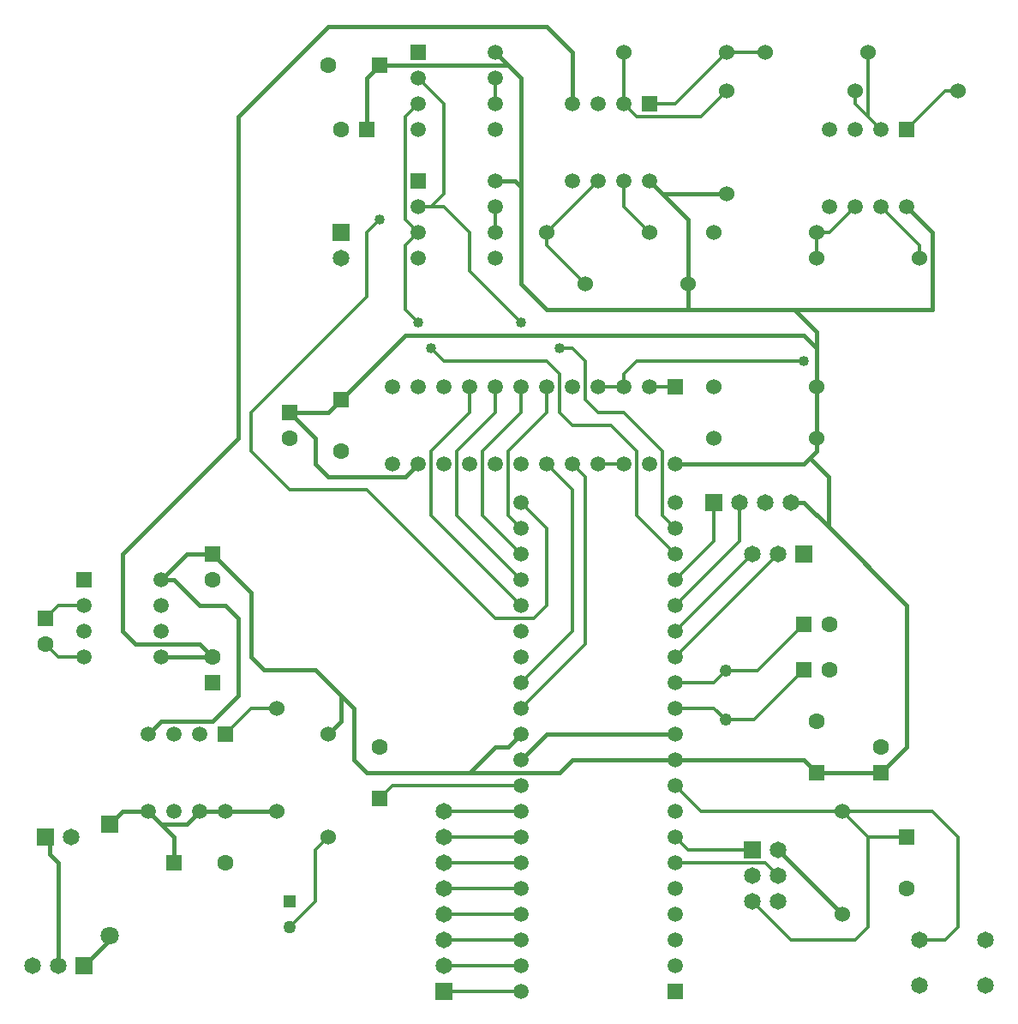
<source format=gtl>
G04 DipTrace Beta 2.3.5.2*
%INscope.GTL*%
%MOIN*%
%ADD13C,0.016*%
%ADD14C,0.013*%
%ADD15C,0.063*%
%ADD16R,0.063X0.063*%
%ADD17R,0.0709X0.0709*%
%ADD18C,0.0709*%
%ADD19R,0.065X0.065*%
%ADD20C,0.065*%
%ADD21C,0.05*%
%ADD22R,0.05X0.05*%
%ADD23C,0.06*%
%ADD24C,0.06*%
%ADD25R,0.0591X0.0591*%
%ADD26C,0.0591*%
%ADD27C,0.048*%
%ADD28C,0.04*%
%FSLAX44Y44*%
G04*
G70*
G90*
G75*
G01*
%LNTop*%
%LPD*%
X30440Y32440D2*
D13*
Y34940D1*
X29440Y35940D1*
X28940Y36440D1*
X30440Y32440D2*
Y31440D1*
X24940D1*
X23940Y32440D1*
Y36207D1*
Y40437D1*
X23437Y40940D1*
X22937Y41440D1*
X22940D1*
Y36440D2*
X23707D1*
X23940Y36207D1*
X38940Y35440D2*
X39940Y34440D1*
Y31440D1*
X34574D1*
X30440D1*
X36440Y7940D2*
X33940Y10440D1*
X35440Y28440D2*
Y26440D1*
X29940Y25440D2*
X34940D1*
X35164Y25664D1*
X35440Y25940D1*
Y26440D1*
X19940Y25440D2*
X19440Y24940D1*
X16440D1*
X15940Y25440D1*
Y26440D1*
X14940Y27440D1*
X35440Y28440D2*
Y29940D1*
X34940Y30440D1*
X19440D1*
X16940Y27940D1*
X16440Y27440D1*
X14940D1*
X34574Y31440D2*
X35440Y30574D1*
Y29940D1*
X35164Y25664D2*
X35892Y24937D1*
Y22988D1*
X34940Y23940D1*
X34440D1*
X29940Y13940D2*
X25940D1*
X25440Y13440D1*
X21940D1*
X22940Y14440D1*
X23440D1*
X23940Y14940D1*
X11940Y21940D2*
X13440Y20440D1*
Y17940D1*
X13940Y17440D1*
X15940D1*
X16936Y16444D1*
X17440Y15940D1*
Y13940D1*
X17940Y13440D1*
X21940D1*
X9940Y20940D2*
X10940Y21940D1*
X11940D1*
X9940Y20940D2*
X10440D1*
X11440Y19940D1*
X12440D1*
X12940Y19440D1*
Y16440D1*
X11940Y15440D1*
X9940D1*
X9440Y14940D1*
X35892Y22988D2*
X38940Y19940D1*
Y14440D1*
X37940Y13440D1*
X35440D2*
X37940D1*
X35440D2*
X34940Y13940D1*
X29940D1*
X31940Y35940D2*
X29440D1*
X18440Y40940D2*
X23437D1*
X18440D2*
X17940Y40440D1*
Y38440D1*
X16440Y14940D2*
X16936Y15436D1*
Y16444D1*
X9940Y17940D2*
X11940D1*
X11440Y18440D1*
X8940D1*
X8440Y18940D1*
Y21940D1*
X12940Y26440D1*
Y38940D1*
X16440Y42440D1*
X24940D1*
X25940Y41440D1*
Y39440D1*
X27940Y25440D2*
D14*
X26940D1*
X24940Y28440D2*
Y27440D1*
X23440Y25940D1*
Y23440D1*
X23940Y22940D1*
Y28440D2*
Y27440D1*
X22440Y25940D1*
Y23440D1*
X23940Y21940D1*
X22940Y28440D2*
Y27440D1*
X21440Y25940D1*
Y23440D1*
X23940Y20940D1*
X21940Y28440D2*
Y27440D1*
X20440Y25940D1*
Y23440D1*
X23940Y19940D1*
X24940Y25440D2*
X25940Y24440D1*
Y18940D1*
X23940Y16940D1*
X25940Y25440D2*
X26440Y24940D1*
Y18440D1*
X23940Y15940D1*
X40940Y39940D2*
X40440D1*
X38940Y38440D1*
X34940Y29440D2*
X28440D1*
X27940Y28940D1*
Y28440D1*
X26940D1*
X29940D2*
X28940D1*
X37940Y35440D2*
X39440Y33940D1*
Y33440D1*
X23940Y13940D2*
D13*
X24940Y14940D1*
X29940D1*
X23940Y4940D2*
D14*
X20940D1*
Y5940D2*
X23940D1*
Y6940D2*
X20940D1*
Y7940D2*
X23940D1*
Y8940D2*
X20940D1*
Y9940D2*
X23940D1*
Y10940D2*
X20940D1*
Y11940D2*
X23940D1*
X29940Y9940D2*
X33440D1*
X33940Y9440D1*
X32940Y10440D2*
X30440D1*
X29940Y10940D1*
Y18940D2*
X32940Y21940D1*
X36440Y11940D2*
X30940D1*
X29940Y12940D1*
X39440Y6940D2*
X40440D1*
X40940Y7440D1*
Y10940D1*
X39940Y11940D1*
X36440D1*
X37440Y10940D1*
X38940D1*
X32940Y8440D2*
X34440Y6940D1*
X36940D1*
X37440Y7440D1*
Y10940D1*
X18440Y12440D2*
X18940Y12940D1*
X23940D1*
X29940Y16940D2*
X31440D1*
X31890Y17390D1*
X33140D1*
X34940Y19190D1*
X29940Y15940D2*
X31440D1*
X31890Y15490D1*
X32990D1*
X34940Y17440D1*
X5440Y19440D2*
X5940Y19940D1*
X6940D1*
X29940D2*
X32440Y22440D1*
Y23940D1*
X29940Y20940D2*
X31440Y22440D1*
Y23940D1*
X5440Y18440D2*
X5940Y17940D1*
X6940D1*
X28940Y39440D2*
X29940D1*
X31940Y41440D1*
X33440D1*
X27940Y36440D2*
Y35440D1*
X28940Y34440D1*
X36940Y39940D2*
Y39440D1*
X37940Y38440D1*
X37440Y41440D2*
Y38940D1*
X37940Y38440D1*
X35440Y34440D2*
X35940D1*
X36940Y35440D1*
X35440Y34440D2*
Y33440D1*
X29940Y17940D2*
X33940Y21940D1*
X7940Y11440D2*
D13*
X8440Y11940D1*
X9440D1*
X9940Y11440D1*
X10940D1*
X11440Y11940D1*
X12440D1*
X13440D1*
X14440D1*
X10440Y9940D2*
Y10940D1*
X9940Y11440D1*
X16440Y10940D2*
D14*
X15940Y10440D1*
Y8440D1*
X14940Y7440D1*
X12440Y14940D2*
X13440Y15940D1*
X14440D1*
X6940Y5940D2*
D13*
X7940Y6940D1*
Y7090D1*
X5440Y10940D2*
X5615Y10765D1*
Y10265D1*
X5940Y9940D1*
Y5940D1*
X27940Y41440D2*
D14*
Y39440D1*
X28440Y38940D1*
X30940D1*
X31940Y39940D1*
X22940Y39440D2*
Y40440D1*
X23940Y23940D2*
X24940Y22940D1*
Y19940D1*
X24440Y19440D1*
X22940D1*
X17940Y24440D1*
X14940D1*
X13440Y25940D1*
Y27440D1*
X17940Y31940D1*
Y34440D1*
X18440Y34940D1*
X26940Y36440D2*
X24940Y34440D1*
Y33940D1*
X26440Y32440D1*
X22940Y35440D2*
Y34440D1*
X29940Y21940D2*
X28440Y23440D1*
Y25940D1*
X27440Y26940D1*
X25940D1*
X25440Y27440D1*
Y28940D1*
X24940Y29440D1*
X20940D1*
X20440Y29940D1*
X19940Y30940D2*
X19440Y31440D1*
Y33940D1*
X19940Y34440D1*
X19440Y34940D1*
Y38940D1*
X19940Y39440D1*
X29940Y22940D2*
X29440Y23440D1*
Y25940D1*
X27940Y27440D1*
X26940D1*
X26440Y27940D1*
Y29440D1*
X25940Y29940D1*
X25440D1*
X23940Y30940D2*
X21940Y32940D1*
Y34440D1*
X20940Y35440D1*
X19940D1*
Y40440D2*
X20940Y39440D1*
Y35940D1*
X20440Y35440D1*
X19940D1*
D28*
X25440Y29940D3*
X23940Y30940D3*
X20440Y29940D3*
X19940Y30940D3*
X18440Y34940D3*
X34940Y29440D3*
D15*
X38940Y8940D3*
D16*
Y10940D3*
D15*
X35940Y19190D3*
D16*
X34940D3*
D15*
X35940Y17440D3*
D16*
X34940D3*
D15*
X5440Y18440D3*
D16*
Y19440D3*
D15*
X11940Y17940D3*
D16*
Y16940D3*
D15*
X16440Y40940D3*
D16*
X18440D3*
D15*
X16940Y38440D3*
D16*
X17940D3*
D15*
X11940Y20940D3*
D16*
Y21940D3*
D15*
X16940Y25940D3*
D16*
Y27940D3*
D15*
X14940Y26440D3*
D16*
Y27440D3*
D15*
X35440Y15440D3*
D16*
Y13440D3*
D15*
X37940Y14440D3*
D16*
Y13440D3*
D15*
X12440Y9940D3*
D16*
X10440D3*
D15*
X18440Y14440D3*
D16*
Y12440D3*
D17*
X7940Y11440D3*
D18*
Y7090D3*
D19*
X32940Y10440D3*
D20*
Y9440D3*
Y8440D3*
X33940D3*
Y9440D3*
Y10440D3*
D19*
X34940Y21940D3*
D20*
X33940D3*
X32940D3*
D19*
X31440Y23940D3*
D20*
X32440D3*
X33440D3*
X34440D3*
D19*
X5440Y10940D3*
D20*
X6440D3*
D19*
X16940Y34440D3*
D20*
Y33440D3*
D19*
X20940Y4940D3*
D20*
Y5940D3*
Y6940D3*
Y7940D3*
Y8940D3*
Y9940D3*
Y10940D3*
Y11940D3*
D21*
X14940Y7440D3*
D22*
Y8440D3*
D23*
X36440Y7940D3*
D24*
Y11940D3*
D23*
X31940Y39940D3*
D24*
Y35940D3*
D23*
X27940Y41440D3*
D24*
X31940D3*
D23*
X26440Y32440D3*
D24*
X30440D3*
D23*
X24940Y34440D3*
D24*
X28940D3*
D23*
X33440Y41440D3*
D24*
X37440D3*
D23*
X36940Y39940D3*
D24*
X40940D3*
D23*
X31440Y34440D3*
D24*
X35440D3*
D23*
Y33440D3*
D24*
X39440D3*
D23*
X35440Y28440D3*
D24*
X31440D3*
D23*
X35440Y26440D3*
D24*
X31440D3*
D23*
X16440Y14940D3*
D24*
Y10940D3*
D23*
X14440Y15940D3*
D24*
Y11940D3*
D20*
X39440Y6940D3*
Y5170D3*
X42000D3*
Y6940D3*
D19*
X6940Y5940D3*
D20*
X5940D3*
X4940D3*
D25*
X29940Y4940D3*
D26*
Y5940D3*
Y6940D3*
Y7940D3*
Y8940D3*
Y9940D3*
Y10940D3*
Y11940D3*
Y12940D3*
Y13940D3*
Y14940D3*
Y15940D3*
Y16940D3*
Y17940D3*
Y18940D3*
Y19940D3*
Y20940D3*
Y21940D3*
Y22940D3*
Y23940D3*
X23940D3*
Y22940D3*
Y21940D3*
Y20940D3*
Y19940D3*
Y18940D3*
Y17940D3*
Y16940D3*
Y15940D3*
Y14940D3*
Y13940D3*
Y12940D3*
Y11940D3*
Y10940D3*
Y9940D3*
Y8940D3*
Y7940D3*
Y6940D3*
Y5940D3*
Y4940D3*
D25*
X19940Y36440D3*
D26*
Y35440D3*
Y34440D3*
Y33440D3*
X22940D3*
Y34440D3*
Y35440D3*
Y36440D3*
D25*
X19940Y41440D3*
D26*
Y40440D3*
Y39440D3*
Y38440D3*
X22940D3*
Y39440D3*
Y40440D3*
Y41440D3*
D25*
X28940Y39440D3*
D26*
X27940D3*
X26940D3*
X25940D3*
Y36440D3*
X26940D3*
X27940D3*
X28940D3*
D25*
X38940Y38440D3*
D26*
X37940D3*
X36940D3*
X35940D3*
Y35440D3*
X36940D3*
X37940D3*
X38940D3*
D25*
X29940Y28440D3*
D26*
X28940D3*
X27940D3*
X26940D3*
X25940D3*
X24940D3*
X23940D3*
X22940D3*
X21940D3*
X20940D3*
X19940D3*
X18940D3*
Y25440D3*
X19940D3*
X20940D3*
X21940D3*
X22940D3*
X23940D3*
X24940D3*
X25940D3*
X26940D3*
X27940D3*
X28940D3*
X29940D3*
D25*
X12440Y14940D3*
D26*
X11440D3*
X10440D3*
X9440D3*
Y11940D3*
X10440D3*
X11440D3*
X12440D3*
D25*
X6940Y20940D3*
D26*
Y19940D3*
Y18940D3*
Y17940D3*
X9940D3*
Y18940D3*
Y19940D3*
Y20940D3*
D27*
X31890Y15490D3*
Y17390D3*
M02*

</source>
